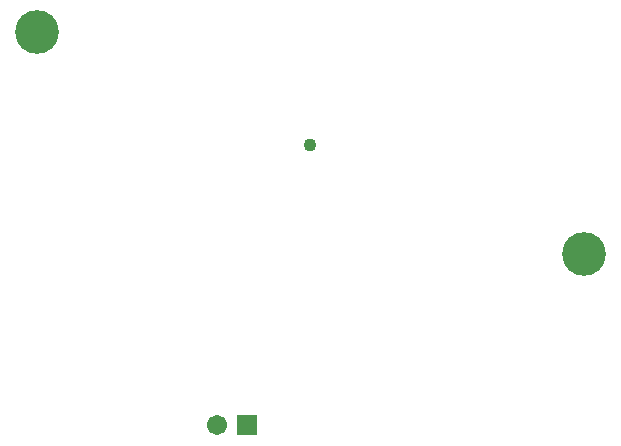
<source format=gbs>
G04*
G04 #@! TF.GenerationSoftware,Altium Limited,Altium Designer,19.0.10 (269)*
G04*
G04 Layer_Color=16711935*
%FSLAX25Y25*%
%MOIN*%
G70*
G01*
G75*
%ADD25C,0.14580*%
%ADD26R,0.06706X0.06706*%
%ADD27C,0.06706*%
%ADD28C,0.04300*%
D25*
X139000Y239500D02*
D03*
X321500Y165500D02*
D03*
D26*
X209000Y108500D02*
D03*
D27*
X199000D02*
D03*
D28*
X230000Y202000D02*
D03*
M02*

</source>
